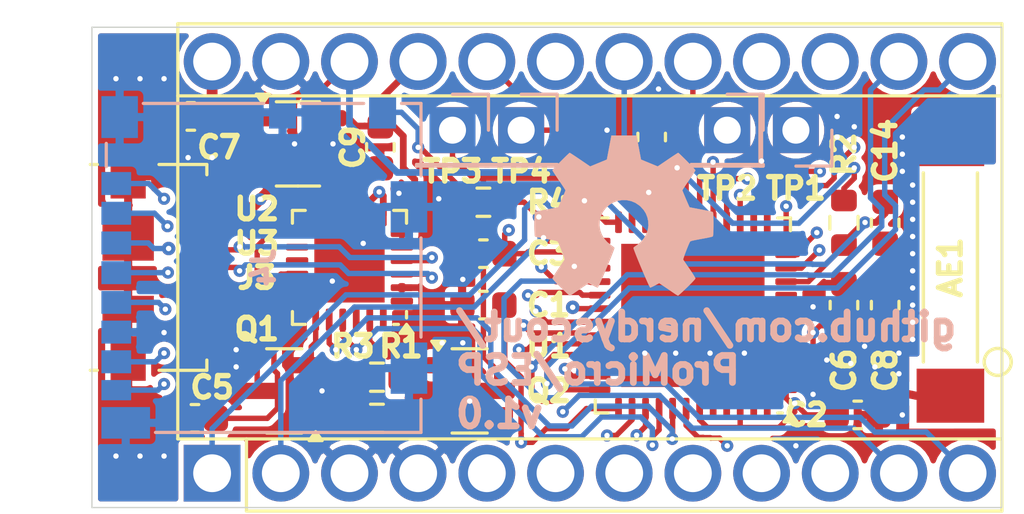
<source format=kicad_pcb>
(kicad_pcb (version 20240108) (generator "pcbnew") (generator_version "8.0")
  (title_block (title "ESP") (date "2021-04-20") (rev "v1.1") (company "nerdyscout"))
  (layers (0 "F.Cu" mixed) (1 "In1.Cu" signal) (2 "In2.Cu" signal) (31 "B.Cu" mixed) (34 "B.Paste" user) (35 "F.Paste" user) (36 "B.SilkS" user "B.Silkscreen") (37 "F.SilkS" user "F.Silkscreen") (38 "B.Mask" user) (39 "F.Mask" user) (44 "Edge.Cuts" user))
  (net 0 "")
  (net 1 "GND")
  (net 2 "+3V3")
  (net 3 "TCK")
  (net 4 "TMS")
  (net 5 "TDO")
  (net 6 "TDI")
  (net 7 "SCK")
  (net 8 "CS0")
  (net 9 "~{RST}")
  (net 10 "INT")
  (net 11 "BTN")
  (net 12 "PWM")
  (net 13 "STAT")
  (net 14 "SCL")
  (net 15 "SDA")
  (net 16 "TXD")
  (net 17 "RXD")
  (net 18 "CS1")
  (net 19 "D8")
  (net 20 "CIPO")
  (net 21 "COPI")
  (net 22 "TXD2")
  (net 23 "RXD2")
  (net 24 "/DTR")
  (net 25 "/RTS")
  (net 26 "Net-(Q1-Pad1)")
  (net 27 "/GPIO0")
  (net 28 "Net-(Q2-Pad1)")
  (net 29 "/VDDSDIO")
  (net 30 "Net-(TP1-Pad1)")
  (net 31 "Net-(TP2-Pad1)")
  (net 32 "/GPIO2")
  (net 33 "/D1")
  (net 34 "/D0")
  (net 35 "/CLK")
  (net 36 "/D3")
  (net 37 "/D2")
  (net 38 "+5V")
  (net 39 "Net-(C5-Pad1)")
  (net 40 "Net-(J4-Pad10)")
  (net 41 "/D+")
  (net 42 "/D-")
  (net 43 "Net-(AE1-Pad1)")
  (net 44 "Net-(J3-Pad4)")
  (net 45 "/CMD")
  (net 46 "Net-(U1-Pad48)")
  (net 47 "Net-(U1-Pad47)")
  (net 48 "Net-(U1-Pad45)")
  (net 49 "Net-(U1-Pad44)")
  (net 50 "Net-(U1-Pad8)")
  (net 51 "Net-(U1-Pad7)")
  (net 52 "Net-(U1-Pad6)")
  (net 53 "Net-(U1-Pad5)")
  (net 54 "Net-(U2-Pad4)")
  (net 55 "Net-(U3-Pad24)")
  (net 56 "Net-(U3-Pad22)")
  (net 57 "Net-(U3-Pad18)")
  (net 58 "Net-(U3-Pad17)")
  (net 59 "Net-(U3-Pad15)")
  (net 60 "Net-(U3-Pad14)")
  (net 61 "Net-(U3-Pad13)")
  (net 62 "Net-(U3-Pad12)")
  (net 63 "Net-(U3-Pad11)")
  (net 64 "Net-(U3-Pad1)")
  (net 65 "Net-(U3-Pad10)")
  (net 66 "Net-(U3-Pad9)")
  (footprint "Capacitor_SMD:C_0603_1608Metric" (layer "F.Cu") (at 148.336 93.091)
    (property "Reference" "C2")
    (property "Value" "1µ")
  )
  (footprint "Capacitor_SMD:C_0603_1608Metric" (layer "F.Cu") (at 134.493 87.122 180)
    (property "Reference" "C3")
    (property "Value" "0.1n")
  )
  (footprint "Capacitor_SMD:C_0603_1608Metric" (layer "F.Cu") (at 140.716 82.804 90)
    (property "Reference" "C4")
    (property "Value" "100n")
  )
  (footprint "Capacitor_SMD:C_0603_1608Metric" (layer "F.Cu") (at 149.352 85.979 -90)
    (property "Reference" "C14")
    (property "Value" "1µ")
  )
  (footprint "Resistor_SMD:R_0603_1608Metric" (layer "F.Cu") (at 147.828 85.979 -90)
    (property "Reference" "R2")
    (property "Value" "10k")
  )
  (footprint "Package_TO_SOT_SMD:SOT-23" (layer "F.Cu") (at 133.985 92.202)
    (property "Reference" "Q2")
    (property "Value" "mmbt2222")
  )
  (footprint "Capacitor_SMD:C_0603_1608Metric" (layer "F.Cu") (at 123.6725 82.042 180)
    (property "Reference" "C7")
    (property "Value" "1µ")
  )
  (footprint "Capacitor_SMD:C_0603_1608Metric" (layer "F.Cu") (at 130.683 83.185 -90)
    (property "Reference" "C9")
    (property "Value" "0.1n")
  )
  (footprint "Capacitor_SMD:C_0603_1608Metric" (layer "F.Cu") (at 134.493 89.027 180)
    (property "Reference" "C1")
    (property "Value" "1µ")
  )
  (footprint "Package_TO_SOT_SMD:SOT-23" (layer "F.Cu") (at 127.127 92.202 180)
    (property "Reference" "Q1")
    (property "Value" "mmbt2222")
  )
  (footprint "Capacitor_SMD:C_0603_1608Metric" (layer "F.Cu") (at 123.825 93.218 180)
    (property "Reference" "C5")
    (property "Value" "DNP")
  )
  (footprint "Resistor_SMD:R_0603_1608Metric" (layer "F.Cu") (at 130.556 93.218)
    (property "Reference" "R1")
    (property "Value" "10k")
  )
  (footprint "Resistor_SMD:R_0603_1608Metric" (layer "F.Cu") (at 130.556 91.694 180)
    (property "Reference" "R3")
    (property "Value" "10k")
  )
  (footprint "Capacitor_SMD:C_0603_1608Metric" (layer "F.Cu") (at 149.352 89.027 90)
    (property "Reference" "C8")
    (property "Value" "10n")
  )
  (footprint "Package_TO_SOT_SMD:SOT-23-5" (layer "F.Cu") (at 127.635 83.058)
    (property "Reference" "U2")
    (property "Value" "AP2112K-3.3")
  )
  (footprint "Resistor_SMD:R_0603_1608Metric" (layer "F.Cu") (at 134.493 85.217 180)
    (property "Reference" "R4")
    (property "Value" "10k")
  )
  (footprint "Capacitor_SMD:C_0603_1608Metric" (layer "F.Cu") (at 147.828 89.027 90)
    (property "Reference" "C6")
    (property "Value" "100n")
  )
  (footprint "Connector_USB:USB_Micro-B_Molex_47346-0001" (layer "F.Cu") (at 122.555 87.63 -90)
    (property "Reference" "J3")
    (property "Value" "USB_B_Micro")
  )
  (footprint "lib:ProMicro" (layer "F.Cu") (at 124.46 95.25 90)
    (property "Reference" "A1" (hide yes))
    (property "Value" "Sparkfun_Pro_Micro")
  )
  (footprint "Package_DFN_QFN:QFN-24-1EP_4x4mm_P0.5mm_EP2.6x2.6mm" (layer "F.Cu") (at 129.54 87.63 180)
    (property "Reference" "U3")
    (property "Value" "CP2104")
  )
  (footprint "lib:SMD_ANT9520" (layer "F.Cu") (at 151.765 87.63 90)
    (property "Reference" "AE1")
    (property "Value" "Antenna_Chip")
  )
  (footprint "Package_DFN_QFN:QFN-48-1EP_7x7mm_P0.5mm_EP5.3x5.3mm" (layer "F.Cu") (at 142.24 89.408 180)
    (property "Reference" "U1")
    (property "Value" "ESP32-PICO-D4")
  )
  (footprint "Symbol:OSHW-Symbol_6.7x6mm_SilkScreen" (layer "B.Cu") (at 139.7 85.725 180)
    (property "Reference" "LOGO1" (hide yes))
    (property "Value" "Logo_Open_Hardware_Small" (hide yes))
  )
  (footprint "Connector_PinHeader_2.54mm:PinHeader_1x01_P2.54mm_Vertical" (layer "B.Cu") (at 146.05 82.55 90)
    (property "Reference" "TP1")
    (property "Value" "GPIO21")
  )
  (footprint "Connector_PinHeader_2.54mm:PinHeader_1x01_P2.54mm_Vertical" (layer "B.Cu") (at 143.51 82.55 180)
    (property "Reference" "TP2")
    (property "Value" "GPIO22")
  )
  (footprint "Connector_PinHeader_2.54mm:PinHeader_1x01_P2.54mm_Vertical" (layer "B.Cu") (at 135.89 82.55 180)
    (property "Reference" "TP4")
    (property "Value" "GPIO2")
  )
  (footprint "Connector_Card:microSD_HC_Molex_104031-0811" (layer "B.Cu") (at 126.365 87.63 -90)
    (property "Reference" "J4")
    (property "Value" "Micro_SD_Card_Det")
  )
  (footprint "Connector_PinHeader_2.54mm:PinHeader_1x01_P2.54mm_Vertical" (layer "B.Cu") (at 133.35 82.55 180)
    (property "Reference" "TP3")
    (property "Value" "GPIO0")
  )
  (gr_line (start 120.015 78.74) (end 120.015 96.52) (stroke (width 0.05)) (layer "Edge.Cuts"))
  (gr_line (start 153.67 96.52) (end 153.67 78.74) (stroke (width 0.05)) (layer "Edge.Cuts"))
  (gr_line (start 120.015 96.52) (end 153.67 96.52) (stroke (width 0.05)) (layer "Edge.Cuts"))
  (gr_line (start 153.67 78.74) (end 120.015 78.74) (stroke (width 0.05)) (layer "Edge.Cuts"))
  (gr_text "github.com/nerdyscout/\nProMicro/ESP\nv1.0" (at 133.35 91.44 0) (layer "B.SilkS") (effects (font (size 1 1) (thickness 0.25)) (justify right mirror)))
  (via (at 140.97 81.026) (size 0.5) (drill 0.2) (layers "F.Cu" "B.Cu") (net 1))
  (via (at 144.145 90.805) (size 0.5) (drill 0.2) (layers "F.Cu" "B.Cu") (net 1))
  (via (at 140.462 90.805) (size 0.45) (drill 0.2) (layers "F.Cu" "B.Cu") (net 1))
  (via (at 144.78 83.693) (size 0.45) (drill 0.2) (layers "F.Cu" "B.Cu") (net 1))
  (via (at 147.193 91.059) (size 0.45) (drill 0.2) (layers "F.Cu" "B.Cu") (net 1))
  (via (at 130.048 86.741) (size 0.45) (drill 0.2) (layers "F.Cu" "B.Cu") (net 1))
  (via (at 141.605 90.805) (size 0.45) (drill 0.2) (layers "F.Cu" "B.Cu") (net 1))
  (via (at 132.842 85.09) (size 0.45) (drill 0.2) (layers "F.Cu" "B.Cu") (net 1))
  (via (at 147.574 82.042) (size 0.45) (drill 0.2) (layers "F.Cu" "B.Cu") (net 1))
  (via (at 148.209 82.423) (size 0.45) (drill 0.2) (layers "F.Cu" "B.Cu") (net 1))
  (via (at 128.9304 83.058) (size 0.5) (drill 0.2) (layers "F.Cu" "B.Cu") (net 1))
  (via (at 128.524 92.202) (size 0.45) (drill 0.2) (layers "F.Cu" "B.Cu") (net 1))
  (via (at 122.682 94.615) (size 0.45) (drill 0.2) (layers "F.Cu" "B.Cu") (net 1))
  (via (at 121.793 80.645) (size 0.45) (drill 0.2) (layers "F.Cu" "B.Cu") (net 1))
  (via (at 150.368 85.852) (size 0.45) (drill 0.2) (layers "F.Cu" "B.Cu") (net 1))
  (via (at 139.065 82.55) (size 0.5) (drill 0.2) (layers "F.Cu" "B.Cu") (net 1))
  (via (at 148.082 91.186) (size 0.45) (drill 0.2) (layers "F.Cu" "B.Cu") (net 1))
  (via (at 131.3688 84.8868) (size 0.45) (drill 0.2) (layers "F.Cu" "B.Cu") (net 1))
  (via (at 146.05 94.234) (size 0.45) (drill 0.2) (layers "F.Cu" "B.Cu") (net 1))
  (via (at 127.508 83.058) (size 0.5) (drill 0.2) (layers "F.Cu" "B.Cu") (net 1))
  (via (at 149.987 82.804) (size 0.45) (drill 0.2) (layers "F.Cu" "B.Cu") (net 1))
  (via (at 128.905 88.138) (size 0.45) (drill 0.2) (layers "F.Cu" "B.Cu") (net 1))
  (via (at 120.904 94.615) (size 0.45) (drill 0.2) (layers "F.Cu" "B.Cu") (net 1))
  (via (at 150.368 90.297) (size 0.45) (drill 0.2) (layers "F.Cu" "B.Cu") (net 1))
  (via (at 149.987 93.091) (size 0.45) (drill 0.2) (layers "F.Cu" "B.Cu") (net 1))
  (via (at 120.904 80.645) (size 0.45) (drill 0.2) (layers "F.Cu" "B.Cu") (net 1))
  (via (at 148.59 90.551) (size 0.45) (drill 0.2) (layers "F.Cu" "B.Cu") (net 1))
  (via (at 124.46 83.566) (size 0.45) (drill 0.2) (layers "F.Cu" "B.Cu") (net 1))
  (via (at 150.368 88.392) (size 0.45) (drill 0.2) (layers "F.Cu" "B.Cu") (net 1))
  (via (at 133.731 88.0745) (size 0.5) (drill 0.2) (layers "F.Cu" "B.Cu") (net 1))
  (via (at 150.368 87.757) (size 0.45) (drill 0.2) (layers "F.Cu" "B.Cu") (net 1))
  (via (at 149.86 91.567) (size 0.45) (drill 0.2) (layers "F.Cu" "B.Cu") (net 1))
  (via (at 146.685 89.0905) (size 0.45) (drill 0.2) (layers "F.Cu" "B.Cu") (net 1))
  (via (at 133.985 92.583) (size 0.45) (drill 0.2) (layers "F.Cu" "B.Cu") (net 1))
  (via (at 122.682 90.043) (size 0.45) (drill 0.2) (layers "F.Cu" "B.Cu") (net 1))
  (via (at 150.368 86.487) (size 0.45) (drill 0.2) (layers "F.Cu" "B.Cu") (net 1))
  (via (at 150.368 87.122) (size 0.45) (drill 0.2) (layers "F.Cu" "B.Cu") (net 1))
  (via (at 148.971 91.313) (size 0.45) (drill 0.2) (layers "F.Cu" "B.Cu") (net 1))
  (via (at 122.682 80.645) (size 0.45) (drill 0.2) (layers "F.Cu" "B.Cu") (net 1))
  (via (at 149.987 83.439) (size 0.45) (drill 0.2) (layers "F.Cu" "B.Cu") (net 1))
  (via (at 125.349 90.678) (size 0.45) (drill 0.2) (layers "F.Cu" "B.Cu") (net 1))
  (via (at 142.875 90.805) (size 0.5) (drill 0.2) (layers "F.Cu" "B.Cu") (net 1))
  (via (at 150.368 84.582) (size 0.45) (drill 0.2) (layers "F.Cu" "B.Cu") (net 1))
  (via (at 125.349 91.313) (size 0.45) (drill 0.2) (layers "F.Cu" "B.Cu") (net 1))
  (via (at 147.574 82.804) (size 0.45) (drill 0.2) (layers "F.Cu" "B.Cu") (net 1))
  (via (at 149.86 90.805) (size 0.45) (drill 0.2) (layers "F.Cu" "B.Cu") (net 1))
  (via (at 121.793 94.615) (size 0.45) (drill 0.2) (layers "F.Cu" "B.Cu") (net 1))
  (via (at 149.987 84.074) (size 0.45) (drill 0.2) (layers "F.Cu" "B.Cu") (net 1))
  (via (at 150.368 89.027) (size 0.45) (drill 0.2) (layers "F.Cu" "B.Cu") (net 1))
  (via (at 146.685 92.329) (size 0.45) (drill 0.2) (layers "F.Cu" "B.Cu") (net 1))
  (via (at 150.368 89.662) (size 0.45) (drill 0.2) (layers "F.Cu" "B.Cu") (net 1))
  (via (at 132.969 90.424) (size 0.45) (drill 0.2) (layers "F.Cu" "B.Cu") (net 1))
  (via (at 133.731 90.424) (size 0.45) (drill 0.2) (layers "F.Cu" "B.Cu") (net 1))
  (via (at 150.368 85.217) (size 0.45) (drill 0.2) (layers "F.Cu" "B.Cu") (net 1))
  (via (at 123.571 83.566) (size 0.45) (drill 0.2) (layers "F.Cu" "B.Cu") (net 1))
  (segment (start 138.301758 92.858) (end 137.560758 93.599) (width 0.2) (layer "F.Cu") (net 2))
  (segment (start 135.886248 93.78505) (end 135.89 93.788802) (width 0.2) (layer "F.Cu") (net 2))
  (segment (start 141.305074 83.5915) (end 141.656859 83.943285) (width 0.2) (layer "F.Cu") (net 2))
  (segment (start 146.538 90.658) (end 146.685 90.511) (width 0.2) (layer "F.Cu") (net 2))
  (segment (start 145.869978 92.656978) (end 146.005567 92.656978) (width 0.2) (layer "F.Cu") (net 2))
  (segment (start 130.683 81.407) (end 132.08 80.01) (width 0.25) (layer "F.Cu") (net 2))
  (segment (start 139.49 92.858) (end 138.301758 92.858) (width 0.2) (layer "F.Cu") (net 2))
  (segment (start 128.735 82.108) (end 129.479 82.108) (width 0.25) (layer "F.Cu") (net 2))
  (segment (start 148.209 84.328) (end 148.209 84.265198) (width 0.2) (layer "F.Cu") (net 2))
  (segment (start 146.459 91.158) (end 146.538 91.079) (width 0.2) (layer "F.Cu") (net 2))
  (segment (start 142.49 93.270668) (end 142.49 93.258) (width 0.2) (layer "F.Cu") (net 2))
  (segment (start 135.886248 91.690248) (end 135.886248 93.78505) (width 0.2) (layer "F.Cu") (net 2))
  (segment (start 146.005567 92.656978) (end 146.005567 92.975176) (width 0.2) (layer "F.Cu") (net 2))
  (segment (start 147.828 89.789) (end 146.939 89.789) (width 0.2) (layer "F.Cu") (net 2))
  (segment (start 146.538 91.079) (end 146.538 90.658) (width 0.2) (layer "F.Cu") (net 2))
  (segment (start 130.683 82.3975) (end 130.683 81.407) (width 0.25) (layer "F.Cu") (net 2))
  (segment (start 145.69 92.158) (end 145.69 92.477) (width 0.2) (layer "F.Cu") (net 2))
  (segment (start 141.99 84.276426) (end 141.656859 83.943285) (width 0.2) (layer "F.Cu") (net 2))
  (segment (start 147.828 89.8145) (end 147.828 89.789) (width 0.2) (layer "F.Cu") (net 2))
  (segment (start 147.5485 93.091) (end 146.439589 93.091) (width 0.2) (layer "F.Cu") (net 2))
  (segment (start 135.89 93.788802) (end 135.89 94.107) (width 0.2) (layer "F.Cu") (net 2))
  (segment (start 143.99 92.858) (end 143.99 93.54502) (width 0.2) (layer "F.Cu") (net 2))
  (segment (start 136.812998 93.599) (end 136.304998 94.107) (width 0.2) (layer "F.Cu") (net 2))
  (segment (start 147.828 85.1915) (end 147.828 84.709) (width 0.2) (layer "F.Cu") (net 2))
  (segment (start 137.560758 93.599) (end 136.812998 93.599) (width 0.2) (layer "F.Cu") (net 2))
  (segment (start 130.0989 82.3975) (end 129.7939 82.3975) (width 0.25) (layer "F.Cu") (net 2))
  (segment (start 130.0989 82.3975) (end 130.683 82.3975) (width 0.25) (layer "F.Cu") (net 2))
  (segment (start 146.939 89.789) (end 146.685 90.043) (width 0.2) (layer "F.Cu") (net 2))
  (segment (start 146.685 90.511) (end 146.685 90.043) (width 0.2) (layer "F.Cu") (net 2))
  (segment (start 145.69 90.658) (end 146.538 90.658) (width 0.2) (layer "F.Cu") (net 2))
  (segment (start 147.828 89.8145) (end 149.352 89.8145) (width 0.2) (layer "F.Cu") (net 2))
  (segment (start 131.529999 82.769499) (end 131.529999 83.947) (width 0.25) (layer "F.Cu") (net 2))
  (segment (start 131.529999 83.947) (end 131.953 84.370001) (width 0.25) (layer "F.Cu") (net 2))
  (segment (start 130.683 82.3975) (end 131.158 82.3975) (width 0.25) (layer "F.Cu") (net 2))
  (segment (start 146.439589 93.091) (end 146.005567 92.656978) (width 0.2) (layer "F.Cu") (net 2))
  (segment (start 142.777342 93.55801) (end 142.49 93.270668) (width 0.2) (layer "F.Cu") (net 2))
  (segment (start 145.69 92.477) (end 145.869978 92.656978) (width 0.2) (layer "F.Cu") (net 2))
  (segment (start 141.99 85.958) (end 141.99 84.276426) (width 0.2) (layer "F.Cu") (net 2))
  (segment (start 135.2805 89.027) (end 135.2805 91.0845) (width 0.2) (layer "F.Cu") (net 2))
  (segment (start 146.005567 92.975176) (end 145.422733 93.55801) (width 0.2) (layer "F.Cu") (net 2))
  (segment (start 131.158 82.3975) (end 131.529999 82.769499) (width 0.25) (layer "F.Cu") (net 2))
  (segment (start 129.479 82.108) (end 129.5908 82.1944) (width 0.25) (layer "F.Cu") (net 2))
  (segment (start 131.953 84.370001) (end 131.953 85.9045) (width 0.25) (layer "F.Cu") (net 2))
  (segment (start 131.4775 86.88) (end 131.4775 86.38) (width 0.2) (layer "F.Cu") (net 2))
  (segment (start 147.828 84.709) (end 148.209 84.328) (width 0.2) (layer "F.Cu") (net 2))
  (segment (start 135.2805 91.0845) (end 135.886248 91.690248) (width 0.2) (layer "F.Cu") (net 2))
  (segment (start 143.97701 93.55801) (end 142.777342 93.55801) (width 0.2) (layer "F.Cu") (net 2))
  (segment (start 129.7939 82.3975) (end 129.5908 82.1944) (width 0.25) (layer "F.Cu") (net 2))
  (segment (start 145.422733 93.55801) (end 143.97701 93.55801) (width 0.2) (layer "F.Cu") (net 2))
  (segment (start 142.49 93.258) (end 142.49 92.858) (width 0.2) (layer "F.Cu") (net 2))
  (segment (start 131.6025 86.255) (end 131.4775 86.38) (width 0.25) (layer "F.Cu") (net 2))
  (segment (start 131.953 85.9045) (end 131.6025 86.255) (width 0.25) (layer "F.Cu") (net 2))
  (segment (start 148.209 84.265198) (end 148.209 83.947) (width 0.2) (layer "F.Cu") (net 2))
  (segment (start 143.99 93.54502) (end 143.97701 93.55801) (width 0.2) (layer "F.Cu") (net 2))
  (segment (start 140.716 83.5915) (end 141.305074 83.5915) (width 0.2) (layer "F.Cu") (net 2))
  (segment (start 136.304998 94.107) (end 135.89 94.107) (width 0.2) (layer "F.Cu") (net 2))
  (segment (start 145.69 91.158) (end 146.459 91.158) (width 0.2) (layer "F.Cu") (net 2))
  (via (at 148.209 83.947) (size 0.45) (drill 0.2) (layers "F.Cu" "B.Cu") (net 2))
  (via (at 146.005567 92.656978) (size 0.45) (drill 0.2) (layers "F.Cu" "B.Cu") (net 2))
  (via (at 146.685 90.043) (size 0.45) (drill 0.2) (layers "F.Cu" "B.Cu") (net 2))
  (via (at 141.656859 83.943285) (size 0.45) (drill 0.2) (layers "F.Cu" "B.Cu") (net 2))
  (via (at 135.89 94.107) (size 0.45) (drill 0.2) (layers "F.Cu" "B.Cu") (net 2))
  (segment (start 143.709575 85.996001) (end 146.159999 85.996001) (width 0.2) (layer "B.Cu") (net 2))
  (segment (start 146.159999 85.996001) (end 148.209 83.947) (width 0.2) (layer "B.Cu") (net 2))
  (segment (start 141.656859 83.943285) (end 143.709575 85.996001) (width 0.2) (layer "B.Cu") (net 2))
  (segment (start 140.85885 84.329001) (end 139.955001 84.329001) (width 0.2) (layer "F.Cu") (net 3))
  (segment (start 141.49 84.960151) (end 140.85885 84.329001) (width 0.2) (layer "F.Cu") (net 3))
  (segment (start 135.669999 81.059999) (end 134.62 80.01) (width 0.2) (layer "F.Cu") (net 3))
  (segment (start 136.986001 81.360001) (end 135.970001 81.360001) (width 0.2) (layer "F.Cu") (net 3))
  (segment (start 135.970001 81.360001) (end 135.669999 81.059999) (width 0.2) (layer "F.Cu") (net 3))
  (segment (start 141.49 85.958) (end 141.49 84.960151) (width 0.2) (layer "F.Cu") (net 3))
  (segment (start 139.955001 84.329001) (end 136.986001 81.360001) (width 0.2) (layer "F.Cu") (net 3))
  (segment (start 142.99 83.736657) (end 142.98499 83.731647) (width 0.2) (layer "F.Cu") (net 4))
  (segment (start 142.99 85.958) (end 142.99 83.736657) (width 0.2) (layer "F.Cu") (net 4))
  (via (at 142.98499 83.731647) (size 0.45) (drill 0.2) (layers "F.Cu" "B.Cu") (net 4))
  (segment (start 140.99 85.237155) (end 140.606848 84.854003) (width 0.2) (layer "F.Cu") (net 5))
  (segment (start 140.99 85.958) (end 140.99 85.237155) (width 0.2) (layer "F.Cu") (net 5))
  (via (at 140.606848 84.854003) (size 0.45) (drill 0.2) (layers "F.Cu" "B.Cu") (net 5))
  (segment (start 139.7 83.947155) (end 140.606848 84.854003) (width 0.2) (layer "B.Cu") (net 5))
  (segment (start 139.7 80.01) (end 139.7 83.947155) (width 0.2) (layer "B.Cu") (net 5))
  (segment (start 142.49 85.958) (end 142.49 84.013661) (width 0.2) (layer "F.Cu") (net 6))
  (segment (start 142.49 84.013661) (end 142.24 83.763661) (width 0.2) (layer "F.Cu") (net 6))
  (segment (start 142.24 83.763661) (end 142.24 81.494924) (width 0.2) (layer "F.Cu") (net 6))
  (segment (start 142.24 81.494924) (end 142.24 80.01) (width 0.2) (layer "F.Cu") (net 6))
  (segment (start 138.79 91.658) (end 137.774511 91.658) (width 0.2) (layer "F.Cu") (net 7))
  (segment (start 137.774511 91.658) (end 137.504344 91.387833) (width 0.2) (layer "F.Cu") (net 7))
  (via (at 137.504344 91.387833) (size 0.45) (drill 0.2) (layers "F.Cu" "B.Cu") (net 7))
  (segment (start 136.844115 91.612792) (end 136.844115 91.93099) (width 0.2) (layer "F.Cu") (net 8))
  (segment (start 137.777131 90.858055) (end 137.106945 90.858055) (width 0.2) (layer "F.Cu") (net 8))
  (segment (start 138.79 91.158) (end 138.077076 91.158) (width 0.2) (layer "F.Cu") (net 8))
  (segment (start 136.844115 91.120885) (end 136.844115 91.612792) (width 0.2) (layer "F.Cu") (net 8))
  (segment (start 138.077076 91.158) (end 137.777131 90.858055) (width 0.2) (layer "F.Cu") (net 8))
  (segment (start 137.106945 90.858055) (end 136.844115 91.120885) (width 0.2) (layer "F.Cu") (net 8))
  (via (at 136.844115 91.93099) (size 0.45) (drill 0.2) (layers "F.Cu" "B.Cu") (net 8))
  (segment (start 149.334999 82.512703) (end 150.787703 81.059999) (width 0.2) (layer "B.Cu") (net 8))
  (segment (start 151.350001 81.059999) (end 152.4 80.01) (width 0.2) (layer "B.Cu") (net 8))
  (segment (start 138.091668 90.058032) (end 138.22469 90.058032) (width 0.2) (layer "B.Cu") (net 8))
  (segment (start 149.334999 84.945999) (end 149.334999 82.512703) (width 0.2) (layer "B.Cu") (net 8))
  (segment (start 136.844115 91.305585) (end 138.091668 90.058032) (width 0.2) (layer "B.Cu") (net 8))
  (segment (start 150.787703 81.059999) (end 151.350001 81.059999) (width 0.2) (layer "B.Cu") (net 8))
  (segment (start 149.733 85.344) (end 149.334999 84.945999) (width 0.2) (layer "B.Cu") (net 8))
  (segment (start 149.733 86.233) (end 149.733 85.344) (width 0.2) (layer "B.Cu") (net 8))
  (segment (start 147.574 88.392) (end 149.733 86.233) (width 0.2) (layer "B.Cu") (net 8))
  (segment (start 138.22469 90.058032) (end 139.890722 88.392) (width 0.2) (layer "B.Cu") (net 8))
  (segment (start 139.890722 88.392) (end 147.574 88.392) (width 0.2) (layer "B.Cu") (net 8))
  (segment (start 136.844115 91.93099) (end 136.844115 91.305585) (width 0.2) (layer "B.Cu") (net 8))
  (segment (start 126.127 92.202) (end 126.127 86.852) (width 0.2) (layer "F.Cu") (net 9))
  (segment (start 128.490001 81.059999) (end 129.54 80.01) (width 0.2) (layer "F.Cu") (net 9))
  (segment (start 148.57725 85.96625) (end 148.578013 85.965487) (width 0.2) (layer "F.Cu") (net 9))
  (segment (start 147.828 86.995506) (end 147.828 86.7665) (width 0.25) (layer "F.Cu") (net 9))
  (segment (start 149.352 85.629) (end 149.015513 85.965487) (width 0.25) (layer "F.Cu") (net 9))
  (segment (start 146.511944 88.158) (end 147.828 86.841944) (width 0.2) (layer "F.Cu") (net 9))
  (segment (start 145.69 88.158) (end 146.511944 88.158) (width 0.2) (layer "F.Cu") (net 9))
  (segment (start 128.27 82.931) (end 127.904999 82.565999) (width 0.2) (layer "F.Cu") (net 9))
  (segment (start 147.828 86.841944) (end 147.828 86.7665) (width 0.2) (layer "F.Cu") (net 9))
  (segment (start 127.904999 83.550001) (end 128.27 83.185) (width 0.2) (layer "F.Cu") (net 9))
  (segment (start 127.904999 81.645001) (end 128.490001 81.059999) (width 0.2) (layer "F.Cu") (net 9))
  (segment (start 127.904999 85.074001) (end 127.904999 83.550001) (width 0.2) (layer "F.Cu") (net 9))
  (segment (start 147.828 86.7155) (end 148.57725 85.96625) (width 0.25) (layer "F.Cu") (net 9))
  (segment (start 147.828 86.7665) (end 147.828 86.7155) (width 0.25) (layer "F.Cu") (net 9))
  (segment (start 126.127 86.852) (end 127.904999 85.074001) (width 0.2) (layer "F.Cu") (net 9))
  (segment (start 149.015513 85.965487) (end 148.60701 85.965487) (width 0.25) (layer "F.Cu") (net 9))
  (segment (start 149.352 85.1915) (end 149.352 85.629) (width 0.25) (layer "F.Cu") (net 9))
  (segment (start 127.904999 82.565999) (end 127.904999 81.645001) (width 0.2) (layer "F.Cu") (net 9))
  (segment (start 148.578013 85.965487) (end 148.60701 85.965487) (width 0.2) (layer "F.Cu") (net 9))
  (segment (start 128.27 83.185) (end 128.27 82.931) (width 0.2) (layer "F.Cu") (net 9))
  (via (at 148.60701 85.965487) (size 0.45) (drill 0.2) (layers "F.Cu" "B.Cu") (net 9))
  (segment (start 131.304997 84.114999) (end 129.54 82.350002) (width 0.25) (layer "B.Cu") (net 9))
  (segment (start 140.838482 86.995) (end 140.843 86.995) (width 0.2) (layer "B.Cu") (net 9))
  (segment (start 147.152945 87.516999) (end 148.60701 86.062934) (width 0.2) (layer "B.Cu") (net 9))
  (segment (start 138.046741 84.203259) (end 137.958481 84.114999) (width 0.25) (layer "B.Cu") (net 9))
  (segment (start 129.54 82.350002) (end 129.54 80.01) (width 0.25) (layer "B.Cu") (net 9))
  (segment (start 137.958481 84.114999) (end 131.304997 84.114999) (width 0.25) (layer "B.Cu") (net 9))
  (segment (start 140.843 86.995) (end 141.351 87.503) (width 0.2) (layer "B.Cu") (net 9))
  (segment (start 148.60701 86.062934) (end 148.60701 85.965487) (width 0.2) (layer "B.Cu") (net 9))
  (segment (start 146.651057 87.503) (end 146.665056 87.516999) (width 0.2) (layer "B.Cu") (net 9))
  (segment (start 146.665056 87.516999) (end 147.152945 87.516999) (width 0.2) (layer "B.Cu") (net 9))
  (segment (start 138.046741 84.203259) (end 140.838482 86.995) (width 0.2) (layer "B.Cu") (net 9))
  (segment (start 141.351 87.503) (end 146.651057 87.503) (width 0.2) (layer "B.Cu") (net 9))
  (segment (start 144.99 85.958) (end 144.99 84.991998) (width 0.2) (layer "F.Cu") (net 10))
  (segment (start 147.188993 84.601011) (end 147.464002 84.326002) (width 0.2) (layer "F.Cu") (net 10))
  (segment (start 147.464002 84.326002) (end 147.464002 83.929998) (width 0.2) (layer "F.Cu") (net 10))
  (segment (start 144.99 84.991998) (end 145.380987 84.601011) (width 0.2) (layer "F.Cu") (net 10))
  (segment (start 147.984001 83.409999) (end 148.209 83.185) (width 0.2) (layer "F.Cu") (net 10))
  (segment (start 147.464002 83.929998) (end 147.984001 83.409999) (width 0.2) (layer "F.Cu") (net 10))
  (segment (start 145.380987 84.601011) (end 147.188993 84.601011) (width 0.2) (layer "F.Cu") (net 10))
  (via (at 148.209 83.185) (size 0.45) (drill 0.2) (layers "F.Cu" "B.Cu") (net 10))
  (segment (start 135.2805 85.217) (end 135.997989 85.217) (width 0.2) (layer "F.Cu") (net 11))
  (segment (start 144.506254 85.541746) (end 144.506254 84.910044) (width 0.2) (layer "F.Cu") (net 11))
  (segment (start 135.997989 85.217) (end 136.54201 85.761021) (width 0.2) (layer "F.Cu") (net 11))
  (segment (start 145.342298 84.074) (end 146.939 84.074) (width 0.2) (layer "F.Cu") (net 11))
  (segment (start 144.49 85.558) (end 144.506254 85.541746) (width 0.2) (layer "F.Cu") (net 11))
  (segment (start 144.49 85.958) (end 144.49 85.558) (width 0.2) (layer "F.Cu") (net 11))
  (segment (start 144.506254 84.910044) (end 145.342298 84.074) (width 0.2) (layer "F.Cu") (net 11))
  (via (at 146.939 84.074) (size 0.45) (drill 0.2) (layers "F.Cu" "B.Cu") (net 11))
  (via (at 136.54201 85.761021) (size 0.45) (drill 0.2) (layers "F.Cu" "B.Cu") (net 11))
  (segment (start 145.69 86.658) (end 145.690001 86.532999) (width 0.2) (layer "F.Cu") (net 12))
  (segment (start 145.690001 86.532999) (end 145.690001 85.364999) (width 0.2) (layer "F.Cu") (net 12))
  (via (at 145.690001 85.364999) (size 0.45) (drill 0.2) (layers "F.Cu" "B.Cu") (net 12))
  (segment (start 143.99 85.958) (end 143.99 84.955289) (width 0.2) (layer "F.Cu") (net 13))
  (segment (start 143.99 84.955289) (end 143.980701 84.94599) (width 0.2) (layer "F.Cu") (net 13))
  (via (at 143.980701 84.94599) (size 0.45) (drill 0.2) (layers "F.Cu" "B.Cu") (net 13))
  (segment (start 146.251055 87.658) (end 146.917057 86.991998) (width 0.2) (layer "F.Cu") (net 14))
  (segment (start 145.69 87.658) (end 146.251055 87.658) (width 0.2) (layer "F.Cu") (net 14))
  (via (at 146.917057 86.991998) (size 0.45) (drill 0.2) (layers "F.Cu" "B.Cu") (net 14))
  (segment (start 146.39001 86.776568) (end 146.824062 86.342516) (width 0.2) (layer "F.Cu") (net 15))
  (segment (start 146.102668 87.158) (end 146.39001 86.870658) (width 0.2) (layer "F.Cu") (net 15))
  (segment (start 146.853937 86.312641) (end 146.824062 86.342516) (width 0.2) (layer "F.Cu") (net 15))
  (segment (start 146.39001 86.870658) (end 146.39001 86.776568) (width 0.2) (layer "F.Cu") (net 15))
  (segment (start 145.69 87.158) (end 146.102668 87.158) (width 0.2) (layer "F.Cu") (net 15))
  (segment (start 146.76517 86.293072) (end 146.853937 86.293072) (width 0.2) (layer "F.Cu") (net 15))
  (segment (start 146.853937 86.293072) (end 146.853937 86.312641) (width 0.2) (layer "F.Cu") (net 15))
  (via (at 146.824062 86.342516) (size 0.45) (drill 0.2) (layers "F.Cu" "B.Cu") (net 15))
  (segment (start 141.49 92.858) (end 141.49 93.968) (width 0.2) (layer "F.Cu") (net 16))
  (segment (start 141.49 93.968) (end 141.478 93.98) (width 0.2) (layer "F.Cu") (net 16))
  (segment (start 128.79 90.436) (end 129.032 90.678) (width 0.2) (layer "F.Cu") (net 16))
  (segment (start 128.79 89.5675) (end 128.79 90.436) (width 0.2) (layer "F.Cu") (net 16))
  (via (at 129.032 90.678) (size 0.45) (drill 0.2) (layers "F.Cu" "B.Cu") (net 16))
  (via (at 141.478 93.98) (size 0.45) (drill 0.2) (layers "F.Cu" "B.Cu") (net 16))
  (segment (start 134.260688 89.498988) (end 134.766009 90.004309) (width 0.2) (layer "B.Cu") (net 16))
  (segment (start 137.767012 93.499988) (end 138.498685 92.768315) (width 0.2) (layer "B.Cu") (net 16))
  (segment (start 129.032 90.678) (end 130.211012 89.498988) (width 0.2) (layer "B.Cu") (net 16))
  (segment (start 140.584513 92.768315) (end 141.478 93.661802) (width 0.2) (layer "B.Cu") (net 16))
  (segment (start 130.211012 89.498988) (end 134.260688 89.498988) (width 0.2) (layer "B.Cu") (net 16))
  (segment (start 141.478 93.661802) (end 141.478 93.98) (width 0.2) (layer "B.Cu") (net 16))
  (segment (start 138.498685 92.768315) (end 140.584513 92.768315) (width 0.2) (layer "B.Cu") (net 16))
  (segment (start 134.766009 90.004309) (end 134.766009 91.332009) (width 0.2) (layer "B.Cu") (net 16))
  (segment (start 134.766009 91.332009) (end 136.933988 93.499988) (width 0.2) (layer "B.Cu") (net 16))
  (segment (start 136.933988 93.499988) (end 137.767012 93.499988) (width 0.2) (layer "B.Cu") (net 16))
  (segment (start 140.742995 93.888808) (end 140.742995 94.207005) (width 0.2) (layer "F.Cu") (net 17))
  (segment (start 129.29 90.174) (end 129.794 90.678) (width 0.2) (layer "F.Cu") (net 17))
  (segment (start 129.29 89.5675) (end 129.29 90.174) (width 0.2) (layer "F.Cu") (net 17))
  (segment (start 140.99 92.858) (end 140.99 93.641803) (width 0.2) (layer "F.Cu") (net 17))
  (segment (start 140.99 93.641803) (end 140.742995 93.888808) (width 0.2) (layer "F.Cu") (net 17))
  (via (at 140.742995 94.207005) (size 0.45) (drill 0.2) (layers "F.Cu" "B.Cu") (net 17))
  (via (at 129.794 90.678) (size 0.45) (drill 0.2) (layers "F.Cu" "B.Cu") (net 17))
  (segment (start 140.742995 94.207005) (end 140.742995 93.599) (width 0.2) (layer "B.Cu") (net 17))
  (segment (start 134.366 90.17) (end 134.366 91.567) (width 0.2) (layer "B.Cu") (net 17))
  (segment (start 138.860674 93.168326) (end 138.129001 93.899999) (width 0.2) (layer "B.Cu") (net 17))
  (segment (start 138.129001 93.899999) (end 136.698999 93.899999) (width 0.2) (layer "B.Cu") (net 17))
  (segment (start 134.366 91.567) (end 134.874 92.075) (width 0.2) (layer "B.Cu") (net 17))
  (segment (start 140.742995 93.599) (end 140.312321 93.168326) (width 0.2) (layer "B.Cu") (net 17))
  (segment (start 130.573001 89.898999) (end 134.094999 89.898999) (width 0.2) (layer "B.Cu") (net 17))
  (segment (start 129.794 90.678) (end 130.573001 89.898999) (width 0.2) (layer "B.Cu") (net 17))
  (segment (start 134.094999 89.898999) (end 134.366 90.17) (width 0.2) (layer "B.Cu") (net 17))
  (segment (start 140.312321 93.168326) (end 138.860674 93.168326) (width 0.2) (layer "B.Cu") (net 17))
  (segment (start 136.698999 93.899999) (end 134.874 92.075) (width 0.2) (layer "B.Cu") (net 17))
  (segment (start 139.49 85.958) (end 139.024478 85.958) (width 0.2) (layer "F.Cu") (net 18))
  (segment (start 139.024478 85.958) (end 138.229739 85.163261) (width 0.2) (layer "F.Cu") (net 18))
  (via (at 138.229739 85.163261) (size 0.45) (drill 0.2) (layers "F.Cu" "B.Cu") (net 18))
  (segment (start 142.457988 93.181988) (end 141.224 91.948) (width 0.2) (layer "B.Cu") (net 18))
  (segment (start 138.229739 85.905739) (end 138.454738 86.130738) (width 0.2) (layer "B.Cu") (net 18))
  (segment (start 135.255 91.1283) (end 135.255 88.773) (width 0.2) (layer "B.Cu") (net 18))
  (segment (start 136.5827 92.456) (end 135.255 91.1283) (width 0.2) (layer "B.Cu") (net 18))
  (segment (start 141.224 91.948) (end 137.652996 91.948) (width 0.2) (layer "B.Cu") (net 18))
  (segment (start 138.454738 86.130738) (end 138.454738 87.859262) (width 0.2) (layer "B.Cu") (net 18))
  (segment (start 135.89 88.138) (end 138.176 88.138) (width 0.2) (layer "B.Cu") (net 18))
  (segment (start 150.876 93.726) (end 148.971 93.726) (width 0.2) (layer "B.Cu") (net 18))
  (segment (start 148.971 93.726) (end 148.426988 93.181988) (width 0.2) (layer "B.Cu") (net 18))
  (segment (start 138.176 88.138) (end 138.454738 87.859262) (width 0.2) (layer "B.Cu") (net 18))
  (segment (start 138.229739 85.163261) (end 138.229739 85.905739) (width 0.2) (layer "B.Cu") (net 18))
  (segment (start 135.255 88.773) (end 135.89 88.138) (width 0.2) (layer "B.Cu") (net 18))
  (segment (start 152.4 95.25) (end 150.876 93.726) (width 0.2) (layer "B.Cu") (net 18))
  (segment (start 137.144996 92.456) (end 136.5827 92.456) (width 0.2) (layer "B.Cu") (net 18))
  (segment (start 137.652996 91.948) (end 137.144996 92.456) (width 0.2) (layer "B.Cu") (net 18))
  (segment (start 148.426988 93.181988) (end 142.457988 93.181988) (width 0.2) (layer "B.Cu") (net 18))
  (segment (start 143.412001 85.09) (end 143.412001 84.742801) (width 0.2) (layer "F.Cu") (net 19))
  (segment (start 143.49 85.167999) (end 143.412001 85.09) (width 0.2) (layer "F.Cu") (net 19))
  (segment (start 143.412001 84.742801) (end 143.809792 84.34501) (width 0.2) (layer "F.Cu") (net 19))
  (segment (start 143.809792 84.34501) (end 143.936792 84.34501) (width 0.2) (layer "F.Cu") (net 19))
  (segment (start 143.49 85.958) (end 143.49 85.167999) (width 0.2) (layer "F.Cu") (net 19))
  (segment (start 143.936792 84.34501) (end 144.25499 84.34501) (width 0.2) (layer "F.Cu") (net 19))
  (via (at 144.25499 84.34501) (size 0.45) (drill 0.2) (layers "F.Cu" "B.Cu") (net 19))
  (via (at 137.428134 92.973944) (size 0.45) (drill 0.2) (layers "F.Cu" "B.Cu") (net 19))
  (segment (start 148.191999 93.581999) (end 142.217895 93.581999) (width 0.2) (layer "B.Cu") (net 19))
  (segment (start 137.653133 92.748945) (end 137.428134 92.973944) (width 0.2) (layer "B.Cu") (net 19))
  (segment (start 138.033773 92.368305) (end 137.653133 92.748945) (width 0.2) (layer "B.Cu") (net 19))
  (segment (start 149.86 95.25) (end 148.191999 93.581999) (width 0.2) (layer "B.Cu") (net 19))
  (segment (start 141.004202 92.368305) (end 138.033773 92.368305) (width 0.2) (layer "B.Cu") (net 19))
  (segment (start 142.217895 93.581999) (end 141.004202 92.368305) (width 0.2) (layer "B.Cu") (net 19))
  (segment (start 139.407668 93.853) (end 139.065 93.853) (width 0.2) (layer "F.Cu") (net 20))
  (segment (start 139.99 93.270668) (end 139.407668 93.853) (width 0.2) (layer "F.Cu") (net 20))
  (segment (start 139.99 92.858) (end 139.99 93.270668) (width 0.2) (layer "F.Cu") (net 20))
  (via (at 139.065 93.853) (size 0.45) (drill 0.2) (layers "F.Cu" "B.Cu") (net 20))
  (segment (start 137.028985 92.582991) (end 136.653999 92.582991) (width 0.2) (layer "F.Cu") (net 21))
  (segment (start 137.453976 92.158) (end 137.028985 92.582991) (width 0.2) (layer "F.Cu") (net 21))
  (segment (start 136.286259 92.215251) (end 136.286259 91.328259) (width 0.2) (layer "F.Cu") (net 21))
  (segment (start 138.79 92.158) (end 137.453976 92.158) (width 0.2) (layer "F.Cu") (net 21))
  (segment (start 136.653999 92.582991) (end 136.286259 92.215251) (width 0.2) (layer "F.Cu") (net 21))
  (segment (start 136.286259 91.328259) (end 136.271 91.313) (width 0.2) (layer "F.Cu") (net 21))
  (via (at 136.271 91.313) (size 0.45) (drill 0.2) (layers "F.Cu" "B.Cu") (net 21))
  (segment (start 149.225 85.471) (end 149.225 86.106) (width 0.2) (layer "B.Cu") (net 21))
  (segment (start 148.810001 81.059999) (end 148.810001 85.056001) (width 0.2) (layer "B.Cu") (net 21))
  (segment (start 148.810001 85.056001) (end 149.225 85.471) (width 0.2) (layer "B.Cu") (net 21))
  (segment (start 146.485368 87.903011) (end 139.814011 87.903011) (width 0.2) (layer "B.Cu") (net 21))
  (segment (start 136.495999 91.088001) (end 136.271 91.313) (width 0.2) (layer "B.Cu") (net 21))
  (segment (start 147.41399 87.91701) (end 146.499367 87.91701) (width 0.2) (layer "B.Cu") (net 21))
  (segment (start 139.814011 87.903011) (end 138.059001 89.658021) (width 0.2) (layer "B.Cu") (net 21))
  (segment (start 138.059001 89.658021) (end 137.925979 89.658021) (width 0.2) (layer "B.Cu") (net 21))
  (segment (start 149.86 80.01) (end 148.810001 81.059999) (width 0.2) (layer "B.Cu") (net 21))
  (segment (start 146.499367 87.91701) (end 146.485368 87.903011) (width 0.2) (layer "B.Cu") (net 21))
  (segment (start 137.925979 89.658021) (end 136.495999 91.088001) (width 0.2) (layer "B.Cu") (net 21))
  (segment (start 149.225 86.106) (end 147.41399 87.91701) (width 0.2) (layer "B.Cu") (net 21))
  (segment (start 138.79 87.658) (end 137.921696 87.658) (width 0.2) (layer "F.Cu") (net 22))
  (segment (start 137.921696 87.658) (end 137.85525 87.591554) (width 0.2) (layer "F.Cu") (net 22))
  (via (at 137.85525 87.591554) (size 0.45) (drill 0.2) (layers "F.Cu" "B.Cu") (net 22))
  (segment (start 124.46 95.25) (end 124.46 93.599) (width 0.2) (layer "B.Cu") (net 22))
  (segment (start 133.985 88.646) (end 136.017 86.614) (width 0.2) (layer "B.Cu") (net 22))
  (segment (start 124.46 93.599) (end 129.413 88.646) (width 0.2) (layer "B.Cu") (net 22))
  (segment (start 136.271 85.217) (end 136.779 85.217) (width 0.2) (layer "B.Cu") (net 22))
  (segment (start 136.017 85.471) (end 136.271 85.217) (width 0.2) (layer "B.Cu") (net 22))
  (segment (start 136.017 86.614) (end 136.017 85.471) (width 0.2) (layer "B.Cu") (net 22))
  (segment (start 129.413 88.646) (end 133.985 88.646) (width 0.2) (layer "B.Cu") (net 22))
  (segment (start 137.85525 87.273356) (end 137.85525 87.591554) (width 0.2) (layer "B.Cu") (net 22))
  (segment (start 136.779 85.217) (end 137.85525 86.29325) (width 0.2) (layer "B.Cu") (net 22))
  (segment (start 137.85525 86.29325) (end 137.85525 87.273356) (width 0.2) (layer "B.Cu") (net 22))
  (segment (start 136.842523 86.658) (end 136.7155 86.530977) (width 0.2) (layer "F.Cu") (net 23))
  (segment (start 138.79 86.658) (end 136.842523 86.658) (width 0.2) (layer "F.Cu") (net 23))
  (segment (start 136.842477 86.404) (end 136.7155 86.530977) (width 0.2) (layer "F.Cu") (net 23))
  (via (at 136.7155 86.530977) (size 0.45) (drill 0.2) (layers "F.Cu" "B.Cu") (net 23))
  (segment (start 134.1475 89.098977) (end 136.490501 86.755976) (width 0.2) (layer "B.Cu") (net 23))
  (segment (start 136.490501 86.755976) (end 136.7155 86.530977) (width 0.2) (layer "B.Cu") (net 23))
  (segment (start 127 91.821) (end 129.722023 89.098977) (width 0.2) (layer "B.Cu") (net 23))
  (segment (start 129.722023 89.098977) (end 134.1475 89.098977) (width 0.2) (layer "B.Cu") (net 23))
  (segment (start 127 95.25) (end 127 91.821) (width 0.2) (layer "B.Cu") (net 23))
  (segment (start 132.985 93.152) (end 132.146 93.152) (width 0.2) (layer "F.Cu") (net 24))
  (segment (start 130.7945 93.218) (end 131.3435 93.218) (width 0.2) (layer "F.Cu") (net 24))
  (segment (start 130.29 89.5675) (end 130.29 90.359996) (width 0.2) (layer "F.Cu") (net 24))
  (segment (start 130.556 90.625996) (end 130.556 92.9795) (width 0.2) (layer "F.Cu") (net 24))
  (segment (start 130.29 90.359996) (end 130.556 90.625996) (width 0.2) (layer "F.Cu") (net 24))
  (segment (start 132.08 93.218) (end 131.3435 93.218) (width 0.2) (layer "F.Cu") (net 24))
  (segment (start 132.146 93.152) (end 132.08 93.218) (width 0.2) (layer "F.Cu") (net 24))
  (segment (start 130.556 92.9795) (end 130.7945 93.218) (width 0.2) (layer "F.Cu") (net 24))
  (segment (start 128.717 91.252) (end 128.127 91.252) (width 0.25) (layer "F.Cu") (net 25))
  (segment (start 129.159 91.694) (end 128.717 91.252) (width 0.25) (layer "F.Cu") (net 25))
  (segment (start 128.29 89.5675) (end 128.29 90.404) (width 0.2) (layer "F.Cu") (net 25))
  (segment (start 128.127 90.567) (end 128.127 91.252) (width 0.2) (layer "F.Cu") (net 25))
  (segment (start 129.7685 91.694) (end 129.159 91.694) (width 0.25) (layer "F.Cu") (net 25))
  (segment (start 128.29 90.404) (end 128.127 90.567) (width 0.2) (layer "F.Cu") (net 25))
  (segment (start 128.839 93.152) (end 128.127 93.152) (width 0.25) (layer "F.Cu") (net 26))
  (segment (start 129.7685 93.218) (end 128.905 93.218) (width 0.25) (layer "F.Cu") (net 26))
  (segment (start 128.905 93.218) (end 128.839 93.152) (width 0.25) (layer "F.Cu") (net 26))
  (segment (start 133.35 82.55) (end 133.35 83.566) (width 0.2) (layer "F.Cu") (net 27))
  (segment (start 134.493 90.17) (end 134.493 84.328) (width 0.2) (layer "F.Cu") (net 27))
  (segment (start 136.9753 84.328) (end 134.493 84.328) (width 0.2) (layer "F.Cu") (net 27))
  (segment (start 134.985 91.424) (end 134.493 90.932) (width 0.2) (layer "F.Cu") (net 27))
  (segment (start 138.772668 84.328) (end 136.9753 84.328) (width 0.2) (layer "F.Cu") (net 27))
  (segment (start 139.99 85.958) (end 139.99 85.545332) (width 0.2) (layer "F.Cu") (net 27))
  (segment (start 139.99 85.545332) (end 138.772668 84.328) (width 0.2) (layer "F.Cu") (net 27))
  (segment (start 134.985 92.202) (end 134.985 91.424) (width 0.2) (layer "F.Cu") (net 27))
  (segment (start 134.112 84.328) (end 134.493 84.328) (width 0.2) (layer "F.Cu") (net 27))
  (segment (start 133.35 83.566) (end 134.112 84.328) (width 0.2) (layer "F.Cu") (net 27))
  (segment (start 134.493 90.932) (end 134.493 90.17) (width 0.2) (layer "F.Cu") (net 27))
  (segment (start 131.953 91.694) (end 132.395 91.252) (width 0.25) (layer "F.Cu") (net 28))
  (segment (start 132.395 91.252) (end 132.985 91.252) (width 0.25) (layer "F.Cu") (net 28))
  (segment (start 131.3435 91.694) (end 131.953 91.694) (width 0.25) (layer "F.Cu") (net 28))
  (segment (start 135.2805 87.122) (end 135.2805 86.401909) (width 0.2) (layer "F.Cu") (net 29))
  (segment (start 136.080011 87.122) (end 136.144 87.058011) (width 0.2) (layer "F.Cu") (net 29))
  (segment (start 138.187717 87.058011) (end 138.287706 87.158) (width 0.2) (layer "F.Cu") (net 29))
  (segment (start 135.2805 86.401909) (end 135.432399 86.25001) (width 0.2) (layer "F.Cu") (net 29))
  (segment (start 136.144 87.058011) (end 138.187717 87.058011) (width 0.2) (layer "F.Cu") (net 29))
  (segment (start 138.287706 87.158) (end 138.79 87.158) (width 0.2) (layer "F.Cu") (net 29))
  (segment (start 135.2805 87.122) (end 136.080011 87.122) (width 0.2) (layer "F.Cu") (net 29))
  (via (at 135.432399 86.25001) (size 0.45) (drill 0.2) (layers "F.Cu" "B.Cu") (net 29))
  (via (at 122.82601 87.8205) (size 0.45) (drill 0.2) (layers "F.Cu" "B.Cu") (net 29))
  (segment (start 122.82151 87.825) (end 122.82601 87.8205) (width 0.2) (layer "B.Cu") (net 29))
  (segment (start 120.915 87.825) (end 122.82151 87.825) (width 0.2) (layer "B.Cu") (net 29))
  (segment (start 143.225999 93.949999) (end 142.901001 93.949999) (width 0.2) (layer "F.Cu") (net 30))
  (segment (start 142.622008 93.933021) (end 142.613986 93.924999) (width 0.2) (layer "F.Cu") (net 30))
  (segment (start 142.901001 93.949999) (end 142.884023 93.933021) (width 0.2) (layer "F.Cu") (net 30))
  (segment (start 141.99 93.476) (end 141.99 92.858) (width 0.2) (layer "F.Cu") (net 30))
  (segment (start 142.613986 93.924999) (end 142.438999 93.924999) (width 0.2) (layer "F.Cu") (net 30))
  (segment (start 142.884023 93.933021) (end 142.622008 93.933021) (width 0.2) (layer "F.Cu") (net 30))
  (segment (start 142.438999 93.924999) (end 141.99 93.476) (width 0.2) (layer "F.Cu") (net 30))
  (segment (start 143.51 94.234) (end 143.225999 93.949999) (width 0.2) (layer "F.Cu") (net 30))
  (via (at 143.51 94.234) (size 0.45) (drill 0.2) (layers "F.Cu" "B.Cu") (net 30))
  (segment (start 140.49 92.858) (end 140.49 93.513145) (width 0.2) (layer "F.Cu") (net 31))
  (segment (start 140.49 93.513145) (end 140.159967 93.843178) (width 0.2) (layer "F.Cu") (net 31))
  (via (at 140.159967 93.843178) (size 0.45) (drill 0.2) (layers "F.Cu" "B.Cu") (net 31))
  (segment (start 140.49 85.958) (end 140.49 85.479632) (width 0.2) (layer "F.Cu") (net 32))
  (segment (start 140.49 85.479632) (end 137.560368 82.55) (width 0.2) (layer "F.Cu") (net 32))
  (segment (start 137.092081 82.55) (end 135.89 82.55) (width 0.2) (layer "F.Cu") (net 32))
  (segment (start 137.560368 82.55) (end 137.092081 82.55) (width 0.2) (layer "F.Cu") (net 32))
  (segment (start 138.79 90.658) (end 138.228704 90.658) (width 0.2) (layer "F.Cu") (net 33))
  (segment (start 138.028748 90.458044) (end 136.336191 90.458044) (width 0.2) (layer "F.Cu") (net 33))
  (segment (start 138.228704 90.658) (end 138.028748 90.458044) (width 0.2) (layer "F.Cu") (net 33))
  (segment (start 136.123708 90.670527) (end 135.80551 90.670527) (width 0.2) (layer "F.Cu") (net 33))
  (segment (start 136.336191 90.458044) (end 136.123708 90.670527) (width 0.2) (layer "F.Cu") (net 33))
  (via (at 122.682 91.948) (size 0.45) (drill 0.2) (layers "F.Cu" "B.Cu") (net 33))
  (via (at 135.80551 90.670527) (size 0.45) (drill 0.2) (layers "F.Cu" "B.Cu") (net 33))
  (segment (start 122.455 92.175) (end 122.682 91.948) (width 0.2) (layer "B.Cu") (net 33))
  (segment (start 120.915 92.175) (end 122.455 92.175) (width 0.2) (layer "B.Cu") (net 33))
  (segment (start 136.201456 89.996777) (end 135.976457 89.771778) (width 0.2) (layer "F.Cu") (net 34))
  (segment (start 138.294403 90.158) (end 138.194436 90.058033) (width 0.2) (layer "F.Cu") (net 34))
  (segment (start 138.79 90.158) (end 138.294403 90.158) (width 0.2) (layer "F.Cu") (net 34))
  (segment (start 136.262712 90.058033) (end 136.201456 89.996777) (width 0.2) (layer "F.Cu") (net 34))
  (segment (start 138.194436 90.058033) (end 136.262712 90.058033) (width 0.2) (layer "F.Cu") (net 34))
  (via (at 135.976457 89.771778) (size 0.45) (drill 0.2) (layers "F.Cu" "B.Cu") (net 34))
  (via (at 122.682 90.805) (size 0.45) (drill 0.2) (layers "F.Cu" "B.Cu") (net 34))
  (segment (start 122.362 91.125) (end 122.682 90.805) (width 0.2) (layer "B.Cu") (net 34))
  (segment (start 120.915 91.125) (end 122.362 91.125) (width 0.2) (layer "B.Cu") (net 34))
  (segment (start 138.79 89.658) (end 136.839406 89.658) (width 0.2) (layer "F.Cu") (net 35))
  (segment (start 136.653173 89.471767) (end 136.428174 89.246768) (width 0.2) (layer "F.Cu") (net 35))
  (segment (start 136.839406 89.658) (end 136.653173 89.471767) (width 0.2) (layer "F.Cu") (net 35))
  (via (at 122.730009 89.179169) (size 0.45) (drill 0.2) (layers "F.Cu" "B.Cu") (net 35))
  (via (at 136.428174 89.246768) (size 0.45) (drill 0.2) (layers "F.Cu" "B.Cu") (net 35))
  (segment (start 120.915 88.925) (end 122.47584 88.925) (width 0.2) (layer "B.Cu") (net 35))
  (segment (start 122.47584 88.925) (end 122.730009 89.179169) (width 0.2) (layer "B.Cu") (net 35))
  (segment (start 138.79 88.658) (end 138.159014 88.658) (width 0.2) (layer "F.Cu") (net 36))
  (segment (start 136.565488 88.557988) (end 136.460466 88.66301) (width 0.2) (layer "F.Cu") (net 36))
  (segment (start 138.059002 88.557988) (end 136.565488 88.557988) (width 0.2) (layer "F.Cu") (net 36))
  (segment (start 136.460466 88.66301) (end 136.142268 88.66301) (width 0.2) (layer "F.Cu") (net 36))
  (segment (start 138.159014 88.658) (end 138.059002 88.557988) (width 0.2) (layer "F.Cu") (net 36))
  (via (at 136.142268 88.66301) (size 0.45) (drill 0.2) (layers "F.Cu" "B.Cu") (net 36))
  (via (at 122.809 86.106) (size 0.45) (drill 0.2) (layers "F.Cu" "B.Cu") (net 36))
  (segment (start 120.915 85.625) (end 122.328 85.625) (width 0.2) (layer "B.Cu") (net 36))
  (segment (start 122.328 85.625) (end 122.809 86.106) (width 0.2) (layer "B.Cu") (net 36))
  (segment (start 138.389977 88.157977) (end 137.179977 88.157977) (width 0.2) (layer "F.Cu") (net 37))
  (segment (start 138.79 88.158) (end 138.39 88.158) (width 0.2) (layer "F.Cu") (net 37))
  (segment (start 138.39 88.158) (end 138.389977 88.157977) (width 0.2) (layer "F.Cu") (net 37))
  (segment (start 137.179977 88.157977) (end 136.859989 87.837989) (width 0.2) (layer "F.Cu") (net 37))
  (segment (start 136.859989 87.837989) (end 136.63499 87.61299) (width 0.2) (layer "F.Cu") (net 37))
  (via (at 122.682 85.09) (size 0.45) (drill 0.2) (layers "F.Cu" "B.Cu") (net 37))
  (via (at 136.63499 87.61299) (size 0.45) (drill 0.2) (layers "F.Cu" "B.Cu") (net 37))
  (segment (start 120.915 84.525) (end 122.117 84.525) (width 0.2) (layer "B.Cu") (net 37))
  (segment (start 122.117 84.525) (end 122.682 85.09) (width 0.2) (layer "B.Cu") (net 37))
  (segment (start 126.535 82.108) (end 125.537 82.108) (width 0.4) (layer "F.Cu") (net 38))
  (segment (start 126.535 84.008) (end 125.805 84.008) (width 0.4) (layer "F.Cu") (net 38))
  (segment (start 130.79 85.6925) (end 130.79 84.986014) (width 0.25) (layer "F.Cu") (net 38))
  (segment (start 125.471 83.674) (end 125.471 82.042) (width 0.4) (layer "F.Cu") (net 38))
  (segment (start 126.535 84.008) (end 126.535 84.81001) (width 0.4) (layer "F.Cu") (net 38))
  (segment (start 125.01501 86.33) (end 126.238 85.10701) (width 0.4) (layer "F.Cu") (net 38))
  (segment (start 126.535 84.81001) (end 126.238 85.10701) (width 0.4) (layer "F.Cu") (net 38))
  (segment (start 124.46 82.042) (end 124.46 80.01) (width 0.4) (layer "F.Cu") (net 38))
  (segment (start 125.805 84.008) (end 125.471 83.674) (width 0.4) (layer "F.Cu") (net 38))
  (segment (start 125.537 82.108) (end 125.471 82.042) (width 0.4) (layer "F.Cu") (net 38))
  (segment (start 130.29 85.6925) (end 130.29 85.185986) (width 0.25) (layer "F.Cu") (net 38))
  (segment (start 125.471 82.042) (end 124.46 82.042) (width 0.4) (layer "F.Cu") (net 38))
  (segment (start 130.29 85.185986) (end 130.639986 84.836) (width 0.25) (layer "F.Cu") (net 38))
  (segment (start 124.015 86.33) (end 125.01501 86.33) (width 0.4) (layer "F.Cu") (net 38))
  (segment (start 130.79 84.986014) (end 130.639986 84.836) (width 0.25) (layer "F.Cu") (net 38))
  (via (at 130.639986 84.836) (size 0.45) (drill 0.2) (layers "F.Cu" "B.Cu") (net 38))
  (via (at 126.238 85.10701) (size 0.45) (drill 0.2) (layers "F.Cu" "B.Cu") (net 38))
  (segment (start 126.877001 92.842001) (end 126.877001 91.561999) (width 0.2) (layer "F.Cu") (net 39))
  (segment (start 126.746 91.430998) (end 126.746 88.138) (width 0.2) (layer "F.Cu") (net 39))
  (segment (start 127.004 87.88) (end 127.19 87.88) (width 0.2) (layer "F.Cu") (net 39))
  (segment (start 126.877001 91.561999) (end 126.746 91.430998) (width 0.2) (layer "F.Cu") (net 39))
  (segment (start 126.501002 93.218) (end 126.877001 92.842001) (width 0.2) (layer "F.Cu") (net 39))
  (segment (start 127.19 87.88) (end 127.6025 87.88) (width 0.2) (layer "F.Cu") (net 39))
  (segment (start 124.6125 93.218) (end 126.501002 93.218) (width 0.2) (layer "F.Cu") (net 39))
  (segment (start 126.746 88.138) (end 127.004 87.88) (width 0.2) (layer "F.Cu") (net 39))
  (segment (start 132.148522 83.185022) (end 132.08 83.185022) (width 0.2) (layer "F.Cu") (net 40))
  (segment (start 133.7055 85.217) (end 133.7055 84.742) (width 0.2) (layer "F.Cu") (net 40))
  (segment (start 133.7055 84.742) (end 132.148522 83.185022) (width 0.2) (layer "F.Cu") (net 40))
  (via (at 132.08 83.185022) (size 0.45) (drill 0.2) (layers "F.Cu" "B.Cu") (net 40))
  (segment (start 132.08 82.505) (end 132.08 83.185022) (width 0.2) (layer "B.Cu") (net 40))
  (segment (start 131.465 81.89) (end 132.08 82.505) (width 0.2) (layer "B.Cu") (net 40))
  (segment (start 130.765 81.89) (end 131.465 81.89) (width 0.2) (layer "B.Cu") (net 40))
  (segment (start 132.457 87.88) (end 132.588 88.011) (width 0.2) (layer "F.Cu") (net 41))
  (segment (start 131.4775 87.88) (end 132.457 87.88) (width 0.2) (layer "F.Cu") (net 41))
  (segment (start 124.015 87.63) (end 125.349 87.63) (width 0.2) (layer "F.Cu") (net 41))
  (segment (start 125.349 87.63) (end 125.476 87.757) (width 0.2) (layer "F.Cu") (net 41))
  (via (at 132.588 88.011) (size 0.45) (drill 0.2) (layers "F.Cu" "B.Cu") (net 41))
  (via (at 125.476 87.757) (size 0.45) (drill 0.2) (layers "F.Cu" "B.Cu") (net 41))
  (segment (start 132.432 87.855) (end 129.511 87.855) (width 0.2) (layer "B.Cu") (net 41))
  (segment (start 125.6955 87.5375) (end 125.476 87.757) (width 0.2) (layer "B.Cu") (net 41))
  (segment (start 129.511 87.855) (end 129.1935 87.5375) (width 0.2) (layer "B.Cu") (net 41))
  (segment (start 132.588 88.011) (end 132.432 87.855) (width 0.2) (layer "B.Cu") (net 41))
  (segment (start 129.1935 87.5375) (end 125.6955 87.5375) (width 0.2) (layer "B.Cu") (net 41))
  (segment (start 132.47401 87.38) (end 132.588 87.26601) (width 0.2) (layer "F.Cu") (net 42))
  (segment (start 125.364 86.98) (end 125.476 86.868) (width 0.2) (layer "F.Cu") (net 42))
  (segment (start 131.4775 87.38) (end 132.47401 87.38) (width 0.2) (layer "F.Cu") (net 42))
  (segment (start 124.015 86.98) (end 125.364 86.98) (width 0.2) (layer "F.Cu") (net 42))
  (via (at 132.588 87.26601) (size 0.45) (drill 0.2) (layers "F.Cu" "B.Cu") (net 42))
  (via (at 125.476 86.868) (size 0.45) (drill 0.2) (layers "F.Cu" "B.Cu") (net 42))
  (segment (start 132.269802 87.26601) (end 132.588 87.26601) (width 0.2) (layer "B.Cu") (net 42))
  (segment (start 125.476 86.868) (end 129.159 86.868) (width 0.2) (layer "B.Cu") (net 42))
  (segment (start 129.55701 87.26601) (end 132.269802 87.26601) (width 0.2) (layer "B.Cu") (net 42))
  (segment (start 129.159 86.868) (end 129.55701 87.26601) (width 0.2) (layer "B.Cu") (net 42))
  (segment (start 150.495 92.38) (end 151.765 92.38) (width 0.3) (layer "F.Cu") (net 43))
  (segment (start 146.903 91.658) (end 150.495 92.38) (width 0.3) (layer "F.Cu") (net 43))
  (segment (start 145.69 91.658) (end 146.903 91.658) (width 0.3) (layer "F.Cu") (net 43))
  (segment (start 137.84501 89.158) (end 137.795 89.10799) (width 0.2) (layer "F.Cu") (net 45))
  (segment (start 138.79 89.158) (end 137.84501 89.158) (width 0.2) (layer "F.Cu") (net 45))
  (via (at 137.795 89.10799) (size 0.5) (drill 0.2) (layers "F.Cu" "B.Cu") (net 45))
  (via (at 122.851 86.9315) (size 0.5) (drill 0.2) (layers "F.Cu" "B.Cu") (net 45))
  (segment (start 122.0945 86.725) (end 120.915 86.725) (width 0.2) (layer "B.Cu") (net 45))
  (segment (start 122.851 86.9315) (end 122.301 86.9315) (width 0.2) (layer "B.Cu") (net 45))
  (segment (start 122.301 86.9315) (end 122.0945 86.725) (width 0.2) (layer "B.Cu") (net 45))
  (zone (net 1) (net_name "GND") (layer "F.Cu") (connect_pads (clearance 0.2)) (min_thickness 0.2) (fill yes (thermal_gap 0.2) (thermal_bridge_width 0.3))
    (polygon (pts (xy 153.67 83.815103) (xy 150.622 83.815103) (xy 150.622 90.927103) (xy 150.241 90.927103) (xy 150.241 93.599) (xy 153.67 93.594103) (xy 153.67 96.515103) (xy 120.015 96.515103) (xy 120.015 78.735103) (xy 153.67 78.735103)))
  )
  (zone (net 1) (net_name "GND") (layer "B.Cu") (connect_pads (clearance 0.2)) (min_thickness 0.2) (fill yes (thermal_gap 0.2) (thermal_bridge_width 0.3))
    (polygon (pts (xy 153.67 83.82) (xy 150.622 83.82) (xy 150.622 90.932) (xy 150.241 90.932) (xy 150.241 93.599) (xy 153.67 93.599) (xy 153.67 96.52) (xy 120.015 96.52) (xy 120.015 78.74) (xy 153.67 78.74)))
  )
)
</source>
